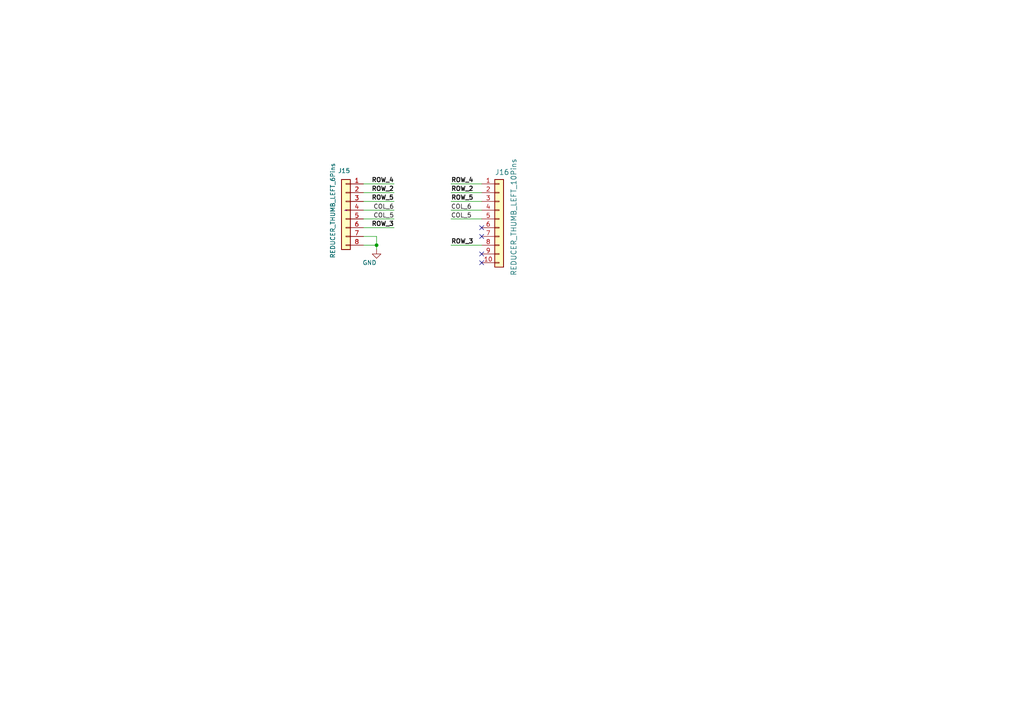
<source format=kicad_sch>
(kicad_sch (version 20250114) (generator "eeschema") (generator_version "9.99")
  (paper "A4")
  (lib_symbols
    (symbol "Connector_Generic:Conn_01x08" (pin_names (offset 1.016) (hide yes))
      (property "Reference" "J" (at 0 10.16 0))
      (property "Value" "Conn_01x08" (at 0 -12.7 0))
      (property "Datasheet" "~" (at 0 0 0))
      (property "Description" "Generic connector, single row, 01x08, script generated (kicad-library-utils/schlib/autogen/connector/)" (at 0 0 0))
      (symbol "Conn_01x08_1_1"
        (rectangle (start -1.27 8.89) (end 1.27 -11.43) (stroke (width 0.254)) (fill (type background)))
        (rectangle (start -1.27 7.747) (end 0 7.493) (stroke (width 0.1524)))
        (rectangle (start -1.27 5.207) (end 0 4.953) (stroke (width 0.1524)))
        (rectangle (start -1.27 2.667) (end 0 2.413) (stroke (width 0.1524)))
        (rectangle (start -1.27 0.127) (end 0 -0.127) (stroke (width 0.1524)))
        (rectangle (start -1.27 -2.413) (end 0 -2.667) (stroke (width 0.1524)))
        (rectangle (start -1.27 -4.953) (end 0 -5.207) (stroke (width 0.1524)))
        (rectangle (start -1.27 -7.493) (end 0 -7.747) (stroke (width 0.1524)))
        (rectangle (start -1.27 -10.033) (end 0 -10.287) (stroke (width 0.1524)))
        (pin passive line (at -5.08 7.62 0) (length 3.81) (name "Pin_1") (number "1"))
        (pin passive line (at -5.08 5.08 0) (length 3.81) (name "Pin_2") (number "2"))
        (pin passive line (at -5.08 2.54 0) (length 3.81) (name "Pin_3") (number "3"))
        (pin passive line (at -5.08 0 0) (length 3.81) (name "Pin_4") (number "4"))
        (pin passive line (at -5.08 -2.54 0) (length 3.81) (name "Pin_5") (number "5"))
        (pin passive line (at -5.08 -5.08 0) (length 3.81) (name "Pin_6") (number "6"))
        (pin passive line (at -5.08 -7.62 0) (length 3.81) (name "Pin_7") (number "7"))
        (pin passive line (at -5.08 -10.16 0) (length 3.81) (name "Pin_8") (number "8"))
      )
    )
    (symbol "Connector_Generic:Conn_01x10" (pin_names (offset 1.016) (hide yes))
      (property "Reference" "J" (at 0 12.7 0))
      (property "Value" "Conn_01x10" (at 0 -15.24 0))
      (property "Datasheet" "~" (at 0 0 0))
      (property "Description" "Generic connector, single row, 01x10, script generated (kicad-library-utils/schlib/autogen/connector/)" (at 0 0 0))
      (symbol "Conn_01x10_1_1"
        (rectangle (start -1.27 11.43) (end 1.27 -13.97) (stroke (width 0.254)) (fill (type background)))
        (rectangle (start -1.27 10.287) (end 0 10.033) (stroke (width 0.1524)))
        (rectangle (start -1.27 7.747) (end 0 7.493) (stroke (width 0.1524)))
        (rectangle (start -1.27 5.207) (end 0 4.953) (stroke (width 0.1524)))
        (rectangle (start -1.27 2.667) (end 0 2.413) (stroke (width 0.1524)))
        (rectangle (start -1.27 0.127) (end 0 -0.127) (stroke (width 0.1524)))
        (rectangle (start -1.27 -2.413) (end 0 -2.667) (stroke (width 0.1524)))
        (rectangle (start -1.27 -4.953) (end 0 -5.207) (stroke (width 0.1524)))
        (rectangle (start -1.27 -7.493) (end 0 -7.747) (stroke (width 0.1524)))
        (rectangle (start -1.27 -10.033) (end 0 -10.287) (stroke (width 0.1524)))
        (rectangle (start -1.27 -12.573) (end 0 -12.827) (stroke (width 0.1524)))
        (pin passive line (at -5.08 10.16 0) (length 3.81) (name "Pin_1") (number "1"))
        (pin passive line (at -5.08 7.62 0) (length 3.81) (name "Pin_2") (number "2"))
        (pin passive line (at -5.08 5.08 0) (length 3.81) (name "Pin_3") (number "3"))
        (pin passive line (at -5.08 2.54 0) (length 3.81) (name "Pin_4") (number "4"))
        (pin passive line (at -5.08 0 0) (length 3.81) (name "Pin_5") (number "5"))
        (pin passive line (at -5.08 -2.54 0) (length 3.81) (name "Pin_6") (number "6"))
        (pin passive line (at -5.08 -5.08 0) (length 3.81) (name "Pin_7") (number "7"))
        (pin passive line (at -5.08 -7.62 0) (length 3.81) (name "Pin_8") (number "8"))
        (pin passive line (at -5.08 -10.16 0) (length 3.81) (name "Pin_9") (number "9"))
        (pin passive line (at -5.08 -12.7 0) (length 3.81) (name "Pin_10") (number "10"))
      )
    )
    (symbol "power:GND" (power) (pin_names (offset 0))
      (property "Reference" "#PWR" (at 0 -6.35 0))
      (property "Value" "GND" (at 0 -3.81 0))
      (property "Description" "Power symbol creates a global label with name \"GND\" , ground" (at 0 0 0))
      (symbol "GND_0_1"
        (polyline (pts (xy 0 0) (xy 0 -1.27) (xy 1.27 -1.27) (xy 0 -2.54) (xy -1.27 -1.27) (xy 0 -1.27)))
      )
      (symbol "GND_1_1"
        (pin power_in line (at 0 0 270) (length 0) (hide yes) (name "GND") (number "1"))
      )
    )
  )
  (junction (at 109.22 71.12))
  (no_connect (at 139.7 66.04))
  (no_connect (at 139.7 76.2))
  (no_connect (at 139.7 68.58))
  (no_connect (at 139.7 73.66))
  (wire (pts (xy 109.22 71.12) (xy 109.22 68.58)))
  (wire (pts (xy 114.3 58.42) (xy 105.41 58.42)))
  (wire (pts (xy 109.22 71.12) (xy 105.41 71.12)))
  (wire (pts (xy 105.41 66.04) (xy 114.3 66.04)))
  (wire (pts (xy 130.81 53.34) (xy 139.7 53.34)))
  (wire (pts (xy 114.3 63.5) (xy 105.41 63.5)))
  (wire (pts (xy 114.3 53.34) (xy 105.41 53.34)))
  (wire (pts (xy 109.22 72.39) (xy 109.22 71.12)))
  (wire (pts (xy 105.41 55.88) (xy 114.3 55.88)))
  (wire (pts (xy 139.7 71.12) (xy 130.81 71.12)))
  (wire (pts (xy 109.22 68.58) (xy 105.41 68.58)))
  (wire (pts (xy 130.81 63.5) (xy 139.7 63.5)))
  (wire (pts (xy 105.41 60.96) (xy 114.3 60.96)))
  (wire (pts (xy 139.7 60.96) (xy 130.81 60.96)))
  (wire (pts (xy 139.7 55.88) (xy 130.81 55.88)))
  (wire (pts (xy 130.81 58.42) (xy 139.7 58.42)))
  (label "ROW_4" (at 130.81 53.34 0) (effects (font (thickness 0.254) (bold yes))))
  (label "COL_6" (at 130.81 60.96 0))
  (label "ROW_5" (at 130.81 58.42 0) (effects (font (thickness 0.254) (bold yes))))
  (label "COL_5" (at 114.3 63.5 180))
  (label "ROW_5" (at 114.3 58.42 180) (effects (font (thickness 0.254) (bold yes))))
  (label "ROW_3" (at 130.81 71.12 0) (effects (font (thickness 0.254) (bold yes))))
  (label "ROW_4" (at 114.3 53.34 180) (effects (font (thickness 0.254) (bold yes))))
  (label "ROW_2" (at 114.3 55.88 180) (effects (font (thickness 0.254) (bold yes))))
  (label "ROW_2" (at 130.81 55.88 0) (effects (font (thickness 0.254) (bold yes))))
  (label "COL_6" (at 114.3 60.96 180))
  (label "COL_5" (at 130.81 63.5 0))
  (label "ROW_3" (at 114.3 66.04 180) (effects (font (thickness 0.254) (bold yes))))
  (symbol (lib_id "Connector_Generic:Conn_01x08") (at 100.33 60.96 0) (mirror y) (unit 1)
    (property "Reference" "J15" (at 101.6 49.53 0) (effects (justify left)))
    (property "Value" "REDUCER_THUMB_LEFT_6Pins" (at 96.52 74.93 90) (effects (justify left)))
    (property "Footprint" "dodo_conn:84953-6" (hide yes))
    (property "Datasheet" "~" (at 100.33 60.96 0))
    (property "Description" "Generic connector, single row, 01x08, script generated (kicad-library-utils/schlib/autogen/connector/)" (hide yes))
  )
  (symbol (lib_id "Connector_Generic:Conn_01x10") (at 144.78 63.5 0) (unit 1)
    (property "Reference" "J16" (at 143.51 50.8 0) (effects (font (size 1.4986 1.4986)) (justify left bottom)))
    (property "Value" "REDUCER_THUMB_LEFT_10Pins" (at 149.86 80.01 90) (effects (font (size 1.4986 1.4986)) (justify left bottom)))
    (property "Footprint" "Connector_PinHeader_2.54mm:PinHeader_1x10_P2.54mm_Vertical" (hide yes))
    (property "digikeypn" "WM14526-ND" (hide yes))
    (property "MPN" "39-53-2135" (hide yes))
    (property "mouserpn" "538-39-53-2135" (hide yes))
    (instances (project "kinesis_board" (path "" (reference "J16") (unit 1))) (project "kint" (path "" (reference "J?") (unit 1))))
  )
  (symbol (lib_id "power:GND") (at 109.22 72.39 0) (unit 1)
    (property "Reference" "#PWR016" (hide yes))
    (property "Value" "GND" (at 109.22 76.2 0) (effects (justify right)))
    (instances (project "kinesis_board" (path "" (reference "#PWR016") (unit 1))) (project "kint" (path "" (reference "#PWR?") (unit 1))))
  )
)
</source>
